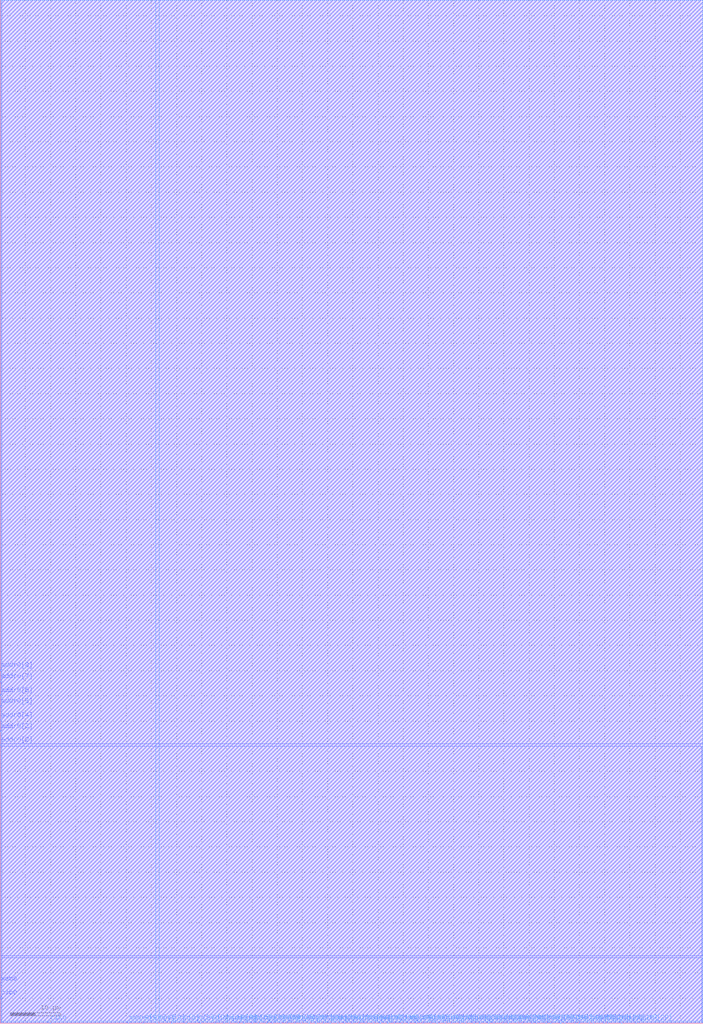
<source format=lef>
VERSION 5.4 ;
NAMESCASESENSITIVE ON ;
BUSBITCHARS "[]" ;
DIVIDERCHAR "/" ;
UNITS
  DATABASE MICRONS 2000 ;
END UNITS
MACRO sram_1rw0r0w_32_512_freepdk45
   CLASS BLOCK ;
   SIZE 139.57 BY 203.195 ;
   SYMMETRY X Y R90 ;
   PIN din0[0]
      DIRECTION INPUT ;
      PORT
         LAYER metal4 ;
         RECT  31.1175 0.0 31.2575 0.14 ;
      END
   END din0[0]
   PIN din0[1]
      DIRECTION INPUT ;
      PORT
         LAYER metal4 ;
         RECT  33.9775 0.0 34.1175 0.14 ;
      END
   END din0[1]
   PIN din0[2]
      DIRECTION INPUT ;
      PORT
         LAYER metal4 ;
         RECT  36.8375 0.0 36.9775 0.14 ;
      END
   END din0[2]
   PIN din0[3]
      DIRECTION INPUT ;
      PORT
         LAYER metal4 ;
         RECT  39.6975 0.0 39.8375 0.14 ;
      END
   END din0[3]
   PIN din0[4]
      DIRECTION INPUT ;
      PORT
         LAYER metal4 ;
         RECT  42.5575 0.0 42.6975 0.14 ;
      END
   END din0[4]
   PIN din0[5]
      DIRECTION INPUT ;
      PORT
         LAYER metal4 ;
         RECT  45.4175 0.0 45.5575 0.14 ;
      END
   END din0[5]
   PIN din0[6]
      DIRECTION INPUT ;
      PORT
         LAYER metal4 ;
         RECT  48.2775 0.0 48.4175 0.14 ;
      END
   END din0[6]
   PIN din0[7]
      DIRECTION INPUT ;
      PORT
         LAYER metal4 ;
         RECT  51.1375 0.0 51.2775 0.14 ;
      END
   END din0[7]
   PIN din0[8]
      DIRECTION INPUT ;
      PORT
         LAYER metal4 ;
         RECT  53.9975 0.0 54.1375 0.14 ;
      END
   END din0[8]
   PIN din0[9]
      DIRECTION INPUT ;
      PORT
         LAYER metal4 ;
         RECT  56.8575 0.0 56.9975 0.14 ;
      END
   END din0[9]
   PIN din0[10]
      DIRECTION INPUT ;
      PORT
         LAYER metal4 ;
         RECT  59.7175 0.0 59.8575 0.14 ;
      END
   END din0[10]
   PIN din0[11]
      DIRECTION INPUT ;
      PORT
         LAYER metal4 ;
         RECT  62.5775 0.0 62.7175 0.14 ;
      END
   END din0[11]
   PIN din0[12]
      DIRECTION INPUT ;
      PORT
         LAYER metal4 ;
         RECT  65.4375 0.0 65.5775 0.14 ;
      END
   END din0[12]
   PIN din0[13]
      DIRECTION INPUT ;
      PORT
         LAYER metal4 ;
         RECT  68.2975 0.0 68.4375 0.14 ;
      END
   END din0[13]
   PIN din0[14]
      DIRECTION INPUT ;
      PORT
         LAYER metal4 ;
         RECT  71.1575 0.0 71.2975 0.14 ;
      END
   END din0[14]
   PIN din0[15]
      DIRECTION INPUT ;
      PORT
         LAYER metal4 ;
         RECT  74.0175 0.0 74.1575 0.14 ;
      END
   END din0[15]
   PIN din0[16]
      DIRECTION INPUT ;
      PORT
         LAYER metal4 ;
         RECT  76.8775 0.0 77.0175 0.14 ;
      END
   END din0[16]
   PIN din0[17]
      DIRECTION INPUT ;
      PORT
         LAYER metal4 ;
         RECT  79.7375 0.0 79.8775 0.14 ;
      END
   END din0[17]
   PIN din0[18]
      DIRECTION INPUT ;
      PORT
         LAYER metal4 ;
         RECT  82.5975 0.0 82.7375 0.14 ;
      END
   END din0[18]
   PIN din0[19]
      DIRECTION INPUT ;
      PORT
         LAYER metal4 ;
         RECT  85.4575 0.0 85.5975 0.14 ;
      END
   END din0[19]
   PIN din0[20]
      DIRECTION INPUT ;
      PORT
         LAYER metal4 ;
         RECT  88.3175 0.0 88.4575 0.14 ;
      END
   END din0[20]
   PIN din0[21]
      DIRECTION INPUT ;
      PORT
         LAYER metal4 ;
         RECT  91.1775 0.0 91.3175 0.14 ;
      END
   END din0[21]
   PIN din0[22]
      DIRECTION INPUT ;
      PORT
         LAYER metal4 ;
         RECT  94.0375 0.0 94.1775 0.14 ;
      END
   END din0[22]
   PIN din0[23]
      DIRECTION INPUT ;
      PORT
         LAYER metal4 ;
         RECT  96.8975 0.0 97.0375 0.14 ;
      END
   END din0[23]
   PIN din0[24]
      DIRECTION INPUT ;
      PORT
         LAYER metal4 ;
         RECT  99.7575 0.0 99.8975 0.14 ;
      END
   END din0[24]
   PIN din0[25]
      DIRECTION INPUT ;
      PORT
         LAYER metal4 ;
         RECT  102.6175 0.0 102.7575 0.14 ;
      END
   END din0[25]
   PIN din0[26]
      DIRECTION INPUT ;
      PORT
         LAYER metal4 ;
         RECT  105.4775 0.0 105.6175 0.14 ;
      END
   END din0[26]
   PIN din0[27]
      DIRECTION INPUT ;
      PORT
         LAYER metal4 ;
         RECT  108.3375 0.0 108.4775 0.14 ;
      END
   END din0[27]
   PIN din0[28]
      DIRECTION INPUT ;
      PORT
         LAYER metal4 ;
         RECT  111.1975 0.0 111.3375 0.14 ;
      END
   END din0[28]
   PIN din0[29]
      DIRECTION INPUT ;
      PORT
         LAYER metal4 ;
         RECT  114.0575 0.0 114.1975 0.14 ;
      END
   END din0[29]
   PIN din0[30]
      DIRECTION INPUT ;
      PORT
         LAYER metal4 ;
         RECT  116.9175 0.0 117.0575 0.14 ;
      END
   END din0[30]
   PIN din0[31]
      DIRECTION INPUT ;
      PORT
         LAYER metal4 ;
         RECT  119.7775 0.0 119.9175 0.14 ;
      END
   END din0[31]
   PIN addr0[0]
      DIRECTION INPUT ;
      PORT
         LAYER metal4 ;
         RECT  25.3975 0.0 25.5375 0.14 ;
      END
   END addr0[0]
   PIN addr0[1]
      DIRECTION INPUT ;
      PORT
         LAYER metal4 ;
         RECT  28.2575 0.0 28.3975 0.14 ;
      END
   END addr0[1]
   PIN addr0[2]
      DIRECTION INPUT ;
      PORT
         LAYER metal3 ;
         RECT  0.0 55.18 0.14 55.32 ;
      END
   END addr0[2]
   PIN addr0[3]
      DIRECTION INPUT ;
      PORT
         LAYER metal3 ;
         RECT  0.0 57.91 0.14 58.05 ;
      END
   END addr0[3]
   PIN addr0[4]
      DIRECTION INPUT ;
      PORT
         LAYER metal3 ;
         RECT  0.0 60.12 0.14 60.26 ;
      END
   END addr0[4]
   PIN addr0[5]
      DIRECTION INPUT ;
      PORT
         LAYER metal3 ;
         RECT  0.0 62.85 0.14 62.99 ;
      END
   END addr0[5]
   PIN addr0[6]
      DIRECTION INPUT ;
      PORT
         LAYER metal3 ;
         RECT  0.0 65.06 0.14 65.2 ;
      END
   END addr0[6]
   PIN addr0[7]
      DIRECTION INPUT ;
      PORT
         LAYER metal3 ;
         RECT  0.0 67.79 0.14 67.93 ;
      END
   END addr0[7]
   PIN addr0[8]
      DIRECTION INPUT ;
      PORT
         LAYER metal3 ;
         RECT  0.0 70.0 0.14 70.14 ;
      END
   END addr0[8]
   PIN csb0
      DIRECTION INPUT ;
      PORT
         LAYER metal3 ;
         RECT  0.0 5.0 0.14 5.14 ;
      END
   END csb0
   PIN web0
      DIRECTION INPUT ;
      PORT
         LAYER metal3 ;
         RECT  0.0 7.73 0.14 7.87 ;
      END
   END web0
   PIN clk0
      DIRECTION INPUT ;
      PORT
         LAYER metal4 ;
         RECT  9.84 0.0 9.98 0.14 ;
      END
   END clk0
   PIN dout0[0]
      DIRECTION OUTPUT ;
      PORT
         LAYER metal4 ;
         RECT  44.3725 0.0 44.5125 0.14 ;
      END
   END dout0[0]
   PIN dout0[1]
      DIRECTION OUTPUT ;
      PORT
         LAYER metal4 ;
         RECT  47.1925 0.0 47.3325 0.14 ;
      END
   END dout0[1]
   PIN dout0[2]
      DIRECTION OUTPUT ;
      PORT
         LAYER metal4 ;
         RECT  50.0125 0.0 50.1525 0.14 ;
      END
   END dout0[2]
   PIN dout0[3]
      DIRECTION OUTPUT ;
      PORT
         LAYER metal4 ;
         RECT  52.8325 0.0 52.9725 0.14 ;
      END
   END dout0[3]
   PIN dout0[4]
      DIRECTION OUTPUT ;
      PORT
         LAYER metal4 ;
         RECT  55.6525 0.0 55.7925 0.14 ;
      END
   END dout0[4]
   PIN dout0[5]
      DIRECTION OUTPUT ;
      PORT
         LAYER metal4 ;
         RECT  58.4725 0.0 58.6125 0.14 ;
      END
   END dout0[5]
   PIN dout0[6]
      DIRECTION OUTPUT ;
      PORT
         LAYER metal4 ;
         RECT  61.2925 0.0 61.4325 0.14 ;
      END
   END dout0[6]
   PIN dout0[7]
      DIRECTION OUTPUT ;
      PORT
         LAYER metal4 ;
         RECT  64.1125 0.0 64.2525 0.14 ;
      END
   END dout0[7]
   PIN dout0[8]
      DIRECTION OUTPUT ;
      PORT
         LAYER metal4 ;
         RECT  66.9325 0.0 67.0725 0.14 ;
      END
   END dout0[8]
   PIN dout0[9]
      DIRECTION OUTPUT ;
      PORT
         LAYER metal4 ;
         RECT  69.7525 0.0 69.8925 0.14 ;
      END
   END dout0[9]
   PIN dout0[10]
      DIRECTION OUTPUT ;
      PORT
         LAYER metal4 ;
         RECT  72.5725 0.0 72.7125 0.14 ;
      END
   END dout0[10]
   PIN dout0[11]
      DIRECTION OUTPUT ;
      PORT
         LAYER metal4 ;
         RECT  75.3925 0.0 75.5325 0.14 ;
      END
   END dout0[11]
   PIN dout0[12]
      DIRECTION OUTPUT ;
      PORT
         LAYER metal4 ;
         RECT  78.2125 0.0 78.3525 0.14 ;
      END
   END dout0[12]
   PIN dout0[13]
      DIRECTION OUTPUT ;
      PORT
         LAYER metal4 ;
         RECT  81.0325 0.0 81.1725 0.14 ;
      END
   END dout0[13]
   PIN dout0[14]
      DIRECTION OUTPUT ;
      PORT
         LAYER metal4 ;
         RECT  83.8525 0.0 83.9925 0.14 ;
      END
   END dout0[14]
   PIN dout0[15]
      DIRECTION OUTPUT ;
      PORT
         LAYER metal4 ;
         RECT  86.6725 0.0 86.8125 0.14 ;
      END
   END dout0[15]
   PIN dout0[16]
      DIRECTION OUTPUT ;
      PORT
         LAYER metal4 ;
         RECT  89.4925 0.0 89.6325 0.14 ;
      END
   END dout0[16]
   PIN dout0[17]
      DIRECTION OUTPUT ;
      PORT
         LAYER metal4 ;
         RECT  92.3125 0.0 92.4525 0.14 ;
      END
   END dout0[17]
   PIN dout0[18]
      DIRECTION OUTPUT ;
      PORT
         LAYER metal4 ;
         RECT  95.1325 0.0 95.2725 0.14 ;
      END
   END dout0[18]
   PIN dout0[19]
      DIRECTION OUTPUT ;
      PORT
         LAYER metal4 ;
         RECT  97.9525 0.0 98.0925 0.14 ;
      END
   END dout0[19]
   PIN dout0[20]
      DIRECTION OUTPUT ;
      PORT
         LAYER metal4 ;
         RECT  100.7725 0.0 100.9125 0.14 ;
      END
   END dout0[20]
   PIN dout0[21]
      DIRECTION OUTPUT ;
      PORT
         LAYER metal4 ;
         RECT  103.5925 0.0 103.7325 0.14 ;
      END
   END dout0[21]
   PIN dout0[22]
      DIRECTION OUTPUT ;
      PORT
         LAYER metal4 ;
         RECT  106.4125 0.0 106.5525 0.14 ;
      END
   END dout0[22]
   PIN dout0[23]
      DIRECTION OUTPUT ;
      PORT
         LAYER metal4 ;
         RECT  109.2325 0.0 109.3725 0.14 ;
      END
   END dout0[23]
   PIN dout0[24]
      DIRECTION OUTPUT ;
      PORT
         LAYER metal4 ;
         RECT  112.0525 0.0 112.1925 0.14 ;
      END
   END dout0[24]
   PIN dout0[25]
      DIRECTION OUTPUT ;
      PORT
         LAYER metal4 ;
         RECT  114.8725 0.0 115.0125 0.14 ;
      END
   END dout0[25]
   PIN dout0[26]
      DIRECTION OUTPUT ;
      PORT
         LAYER metal4 ;
         RECT  117.6925 0.0 117.8325 0.14 ;
      END
   END dout0[26]
   PIN dout0[27]
      DIRECTION OUTPUT ;
      PORT
         LAYER metal4 ;
         RECT  120.5125 0.0 120.6525 0.14 ;
      END
   END dout0[27]
   PIN dout0[28]
      DIRECTION OUTPUT ;
      PORT
         LAYER metal4 ;
         RECT  123.3325 0.0 123.4725 0.14 ;
      END
   END dout0[28]
   PIN dout0[29]
      DIRECTION OUTPUT ;
      PORT
         LAYER metal4 ;
         RECT  126.1525 0.0 126.2925 0.14 ;
      END
   END dout0[29]
   PIN dout0[30]
      DIRECTION OUTPUT ;
      PORT
         LAYER metal3 ;
         RECT  139.43 13.1625 139.57 13.3025 ;
      END
   END dout0[30]
   PIN dout0[31]
      DIRECTION OUTPUT ;
      PORT
         LAYER metal3 ;
         RECT  139.43 12.9275 139.57 13.0675 ;
      END
   END dout0[31]
   PIN vdd
      DIRECTION INOUT ;
      USE POWER ; 
      SHAPE ABUTMENT ; 
      PORT
      END
   END vdd
   PIN gnd
      DIRECTION INOUT ;
      USE GROUND ; 
      SHAPE ABUTMENT ; 
      PORT
      END
   END gnd
   OBS
   LAYER  metal1 ;
      RECT  0.14 0.14 139.43 203.055 ;
   LAYER  metal2 ;
      RECT  0.14 0.14 139.43 203.055 ;
   LAYER  metal3 ;
      RECT  0.28 55.04 139.43 55.46 ;
      RECT  0.28 55.46 139.43 203.055 ;
      RECT  0.14 55.46 0.28 57.77 ;
      RECT  0.14 58.19 0.28 59.98 ;
      RECT  0.14 60.4 0.28 62.71 ;
      RECT  0.14 63.13 0.28 64.92 ;
      RECT  0.14 65.34 0.28 67.65 ;
      RECT  0.14 68.07 0.28 69.86 ;
      RECT  0.14 70.28 0.28 203.055 ;
      RECT  0.14 0.14 0.28 4.86 ;
      RECT  0.14 5.28 0.28 7.59 ;
      RECT  0.14 8.01 0.28 55.04 ;
      RECT  0.28 0.14 139.29 13.0225 ;
      RECT  0.28 13.0225 139.29 13.4425 ;
      RECT  0.28 13.4425 139.29 55.04 ;
      RECT  139.29 13.4425 139.43 55.04 ;
      RECT  139.29 0.14 139.43 12.7875 ;
   LAYER  metal4 ;
      RECT  0.14 0.42 30.8375 203.055 ;
      RECT  30.8375 0.42 31.5375 203.055 ;
      RECT  31.5375 0.42 139.43 203.055 ;
      RECT  31.5375 0.14 33.6975 0.42 ;
      RECT  34.3975 0.14 36.5575 0.42 ;
      RECT  37.2575 0.14 39.4175 0.42 ;
      RECT  40.1175 0.14 42.2775 0.42 ;
      RECT  25.8175 0.14 27.9775 0.42 ;
      RECT  28.6775 0.14 30.8375 0.42 ;
      RECT  0.14 0.14 9.56 0.42 ;
      RECT  10.26 0.14 25.1175 0.42 ;
      RECT  42.9775 0.14 44.0925 0.42 ;
      RECT  44.7925 0.14 45.1375 0.42 ;
      RECT  45.8375 0.14 46.9125 0.42 ;
      RECT  47.6125 0.14 47.9975 0.42 ;
      RECT  48.6975 0.14 49.7325 0.42 ;
      RECT  50.4325 0.14 50.8575 0.42 ;
      RECT  51.5575 0.14 52.5525 0.42 ;
      RECT  53.2525 0.14 53.7175 0.42 ;
      RECT  54.4175 0.14 55.3725 0.42 ;
      RECT  56.0725 0.14 56.5775 0.42 ;
      RECT  57.2775 0.14 58.1925 0.42 ;
      RECT  58.8925 0.14 59.4375 0.42 ;
      RECT  60.1375 0.14 61.0125 0.42 ;
      RECT  61.7125 0.14 62.2975 0.42 ;
      RECT  62.9975 0.14 63.8325 0.42 ;
      RECT  64.5325 0.14 65.1575 0.42 ;
      RECT  65.8575 0.14 66.6525 0.42 ;
      RECT  67.3525 0.14 68.0175 0.42 ;
      RECT  68.7175 0.14 69.4725 0.42 ;
      RECT  70.1725 0.14 70.8775 0.42 ;
      RECT  71.5775 0.14 72.2925 0.42 ;
      RECT  72.9925 0.14 73.7375 0.42 ;
      RECT  74.4375 0.14 75.1125 0.42 ;
      RECT  75.8125 0.14 76.5975 0.42 ;
      RECT  77.2975 0.14 77.9325 0.42 ;
      RECT  78.6325 0.14 79.4575 0.42 ;
      RECT  80.1575 0.14 80.7525 0.42 ;
      RECT  81.4525 0.14 82.3175 0.42 ;
      RECT  83.0175 0.14 83.5725 0.42 ;
      RECT  84.2725 0.14 85.1775 0.42 ;
      RECT  85.8775 0.14 86.3925 0.42 ;
      RECT  87.0925 0.14 88.0375 0.42 ;
      RECT  88.7375 0.14 89.2125 0.42 ;
      RECT  89.9125 0.14 90.8975 0.42 ;
      RECT  91.5975 0.14 92.0325 0.42 ;
      RECT  92.7325 0.14 93.7575 0.42 ;
      RECT  94.4575 0.14 94.8525 0.42 ;
      RECT  95.5525 0.14 96.6175 0.42 ;
      RECT  97.3175 0.14 97.6725 0.42 ;
      RECT  98.3725 0.14 99.4775 0.42 ;
      RECT  100.1775 0.14 100.4925 0.42 ;
      RECT  101.1925 0.14 102.3375 0.42 ;
      RECT  103.0375 0.14 103.3125 0.42 ;
      RECT  104.0125 0.14 105.1975 0.42 ;
      RECT  105.8975 0.14 106.1325 0.42 ;
      RECT  106.8325 0.14 108.0575 0.42 ;
      RECT  108.7575 0.14 108.9525 0.42 ;
      RECT  109.6525 0.14 110.9175 0.42 ;
      RECT  111.6175 0.14 111.7725 0.42 ;
      RECT  112.4725 0.14 113.7775 0.42 ;
      RECT  114.4775 0.14 114.5925 0.42 ;
      RECT  115.2925 0.14 116.6375 0.42 ;
      RECT  117.3375 0.14 117.4125 0.42 ;
      RECT  118.1125 0.14 119.4975 0.42 ;
      RECT  120.1975 0.14 120.2325 0.42 ;
      RECT  120.9325 0.14 123.0525 0.42 ;
      RECT  123.7525 0.14 125.8725 0.42 ;
      RECT  126.5725 0.14 139.43 0.42 ;
   END
END    sram_1rw0r0w_32_512_freepdk45
END    LIBRARY

</source>
